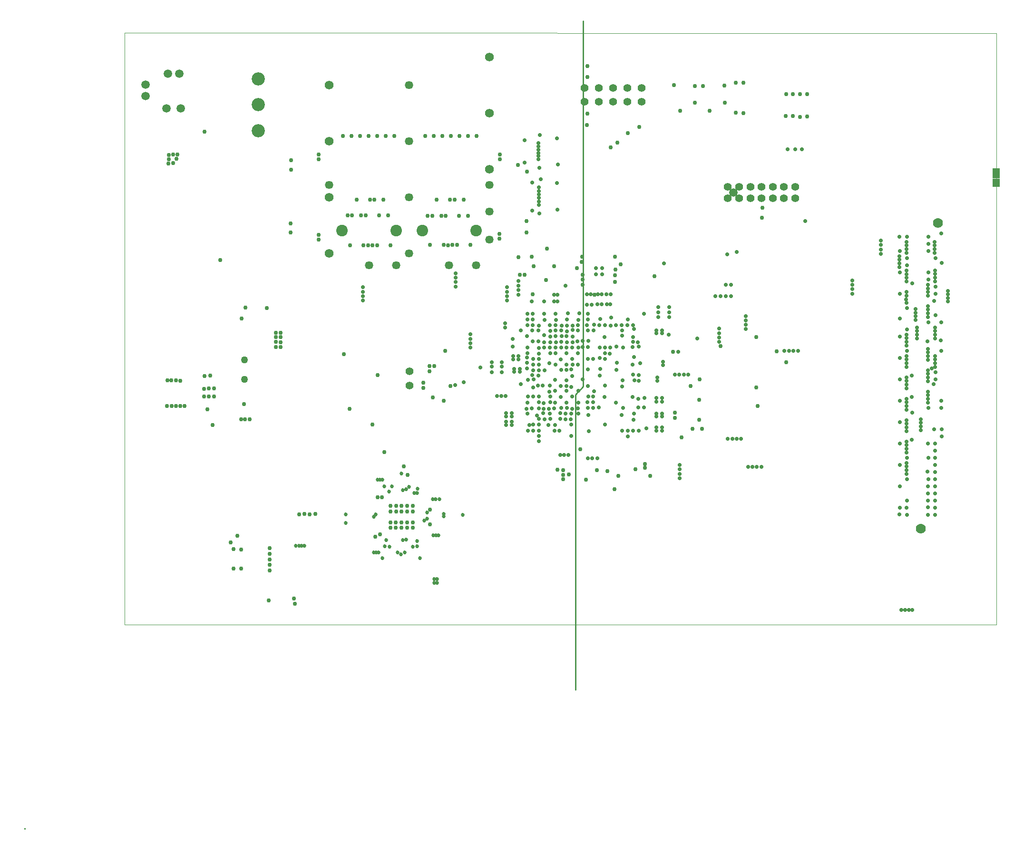
<source format=gbr>
%FSTAX23Y23*%
%MOIN*%
%SFA1B1*%

%IPPOS*%
%ADD63C,0.010000*%
%ADD95C,0.002000*%
%ADD96C,0.059370*%
%ADD97C,0.055433*%
%ADD98C,0.059370*%
%ADD99C,0.070000*%
%ADD100C,0.092834*%
%ADD101C,0.050000*%
%ADD102C,0.081023*%
%ADD103C,0.057401*%
%ADD104C,0.028000*%
%ADD105C,0.030000*%
%ADD106C,0.027000*%
%ADD110C,0.061338*%
%ADD111C,0.027874*%
%LNatfc_copper_plane_2-1*%
%LPD*%
G36*
X0001Y0D02*
X0D01*
Y0001*
X0001*
Y0*
G37*
G36*
X06837Y04509D02*
X06787D01*
Y04564*
X06837*
Y04509*
G37*
G36*
Y04569D02*
X06787D01*
Y04638*
X06837*
Y04569*
G37*
G54D63*
X03861Y03052D02*
X03917Y03108D01*
Y03214*
X03861Y0098D02*
Y03052D01*
X03917Y03214D02*
Y05671D01*
G54D95*
X00701Y01439D02*
X06812D01*
Y05586*
X00701Y05587D02*
X06812Y05586D01*
X00701Y01439D02*
Y05587D01*
G54D96*
X0497Y04468D03*
X00849Y05224D03*
Y05146D03*
X01085Y05303D03*
X01006D03*
G54D97*
X0493Y04428D03*
X05009D03*
X05088D03*
X05167D03*
X05245D03*
X05324D03*
X05403D03*
X0493Y04507D03*
X05009D03*
X05088D03*
X05167D03*
X05245D03*
X05324D03*
X05403D03*
X03925Y05104D03*
Y05203D03*
X04025Y05104D03*
Y05203D03*
X04125Y05104D03*
Y05203D03*
X04225Y05104D03*
Y05203D03*
X04325Y05104D03*
Y05203D03*
X02698Y03115D03*
Y03215D03*
G54D98*
X00996Y05059D03*
X01095D03*
G54D99*
X06401Y04254D03*
X06281Y02113D03*
G54D100*
X0164Y05084D03*
Y05265D03*
Y04902D03*
G54D101*
X01542Y03296D03*
Y03159D03*
G54D102*
X02227Y04202D03*
X02605D03*
X02788Y04202D03*
X03166D03*
G54D103*
X03166Y03958D03*
X02977D03*
X02416D03*
X02605D03*
X03258Y04521D03*
X02135D03*
X03258Y04336D03*
Y04139D03*
X02696Y0404D03*
Y04434D03*
Y04828D03*
Y05221D03*
G54D104*
X03834Y02917D03*
X03791D03*
X06181Y03271D03*
Y03297D03*
X04188Y03464D03*
X04275Y03153D03*
X03685Y03499D03*
X06131Y03997D03*
X04593Y02527D03*
X03637Y02921D03*
X06131Y03971D03*
X03607Y02881D03*
X04593Y02496D03*
X03645Y02877D03*
X06181Y02971D03*
Y02997D03*
X03685Y02881D03*
X0372Y02838D03*
X03673Y02838D03*
X03755Y02881D03*
X03791Y02877D03*
X04264Y03036D03*
X04273Y02917D03*
X06245Y03626D03*
X03646Y03221D03*
X06245Y036D03*
X03607Y03221D03*
X03799Y03153D03*
X03566Y03102D03*
X06331Y03198D03*
Y03171D03*
X03633Y03115D03*
X03681Y03114D03*
X04148Y03225D03*
X03834Y02842D03*
X0383Y02877D03*
X03755Y02921D03*
X03759Y03035D03*
X06181Y0387D03*
X05103Y02544D03*
X06181Y03896D03*
X05134Y02544D03*
X03607Y02999D03*
Y03038D03*
X0354Y02838D03*
X03566Y02799D03*
X03716D03*
X03606D03*
X03528Y02799D03*
X03594Y02905D03*
X03712Y02956D03*
X03677Y02952D03*
X06181Y03421D03*
Y03447D03*
X03523Y03275D03*
X03523Y03236D03*
X06382Y03471D03*
Y03498D03*
X06426Y03559D03*
X06381Y03521D03*
X03767Y03535D03*
X03641Y03417D03*
X06181Y03121D03*
Y03147D03*
X03838Y03181D03*
X03834Y03228D03*
X0539Y03359D03*
X06003Y041D03*
X06181Y04097D03*
X03607Y0326D03*
X06181Y04071D03*
X06003Y04069D03*
X05359Y03359D03*
X03607Y033D03*
X06181Y02697D03*
Y02671D03*
X03567Y03038D03*
X03528D03*
X03598Y03114D03*
X03607Y03339D03*
Y03378D03*
X06172Y01543D03*
X06198D03*
X03526Y0338D03*
Y0334D03*
X03421Y0344D03*
Y03389D03*
X06181Y02796D03*
X05055Y03602D03*
X0372Y03154D03*
X03799Y0311D03*
X03759D03*
X03761Y03224D03*
X03678Y03073D03*
X0353Y03156D03*
X03559Y03188D03*
X03759Y03299D03*
X03879Y03342D03*
X0348Y03503D03*
X04066Y03456D03*
X03992Y03543D03*
X03944Y03539D03*
X04035Y0358D03*
X04444Y03665D03*
X04267Y03192D03*
X04304Y0302D03*
X03952Y02909D03*
X04952Y03741D03*
X03986Y02959D03*
X04915Y03741D03*
X03986Y02999D03*
X04879Y03741D03*
X04437Y03149D03*
X04343Y02961D03*
X04717Y03444D03*
X04868Y03515D03*
Y03483D03*
Y0342D03*
X04582Y0335D03*
X04066Y03035D03*
X03838Y02952D03*
X03834Y03106D03*
X0372Y03078D03*
X03799D03*
X03881D03*
X03992Y03075D03*
X0427Y02875D03*
X03606Y02955D03*
X0395Y03111D03*
X03559Y04342D03*
Y04539D03*
X03461Y03815D03*
X03022Y03871D03*
X03461Y03784D03*
X03022Y0384D03*
X03383Y03772D03*
X02373Y03772D03*
X03383Y03741D03*
X02373Y03741D03*
X03722Y03618D03*
X03834Y02763D03*
X06256Y03446D03*
X06181Y03395D03*
X04082Y03685D03*
X04047D03*
X04106D03*
X03603Y04814D03*
Y04791D03*
Y04769D03*
Y04746D03*
Y04724D03*
Y04702D03*
X03607Y04504D03*
Y04479D03*
Y04455D03*
Y0443D03*
Y04406D03*
Y04382D03*
X06181Y03321D03*
X0618Y03719D03*
X06181Y03771D03*
Y03746D03*
X06136Y03759D03*
X06181Y03695D03*
X03948Y02606D03*
X05055Y03573D03*
Y03541D03*
X06181Y02547D03*
X06383Y02559D03*
X06181Y02521D03*
X06383Y02509D03*
X06181Y02496D03*
X0348Y03125D03*
X03889Y03622D03*
X03842Y03535D03*
X03803Y03578D03*
X03949Y03384D03*
X03948Y035D03*
X04299Y03417D03*
X03127Y03412D03*
X03019Y03118D03*
X03078Y03137D03*
X038Y02996D03*
X03881D03*
X04515Y03472D03*
X03196Y0324D03*
X06331Y03771D03*
X05801Y03791D03*
X04992Y02741D03*
X04961D03*
X06331Y03796D03*
X05801Y03822D03*
X03607Y02841D03*
X04015Y02606D03*
X0398D03*
X03794Y03816D03*
X04519Y03594D03*
Y03629D03*
X04444Y03594D03*
Y03629D03*
X03811Y02629D03*
X03783D03*
X03755D03*
X06425Y04181D03*
X06429Y03976D03*
X06421Y03433D03*
X0633Y03425D03*
X06358Y03236D03*
X06374Y03125D03*
X06375Y02809D03*
X0622Y02736D03*
X06136Y02859D03*
X06224Y02925D03*
X06136Y03009D03*
X0622Y03035D03*
Y03185D03*
X06137Y03586D03*
X06224Y0383D03*
X06336Y02959D03*
X06426D03*
Y03009D03*
X06386Y03159D03*
Y03209D03*
X06426Y03359D03*
X06336Y03559D03*
X06386Y03609D03*
X06375Y03709D03*
X06386Y03759D03*
Y03809D03*
X06336Y03859D03*
X06386Y04009D03*
X06186Y04159D03*
X06136Y04059D03*
X06186Y04009D03*
Y03959D03*
X06136Y03909D03*
X06186Y03659D03*
Y03509D03*
X06136Y03459D03*
X06186Y03359D03*
X06136Y03309D03*
Y03159D03*
Y02709D03*
Y02559D03*
X06186Y02609D03*
Y02209D03*
X06136Y02259D03*
X06186Y02309D03*
X06136Y02409D03*
X06186Y02459D03*
X04346Y03027D03*
X04015Y03685D03*
X04114Y0359D03*
X0411Y03755D03*
X04078D03*
X04047D03*
X04019D03*
X03968D03*
X03944D03*
Y03681D03*
X03724Y03539D03*
X0638Y04071D03*
X03724Y035D03*
X0638Y04097D03*
X04031Y03185D03*
X04192Y03153D03*
X03685Y03342D03*
X04188Y03503D03*
X03682Y03539D03*
X03377Y02838D03*
Y02862D03*
X03417Y02838D03*
Y02862D03*
Y02897D03*
Y02921D03*
X03377Y02897D03*
Y02921D03*
X03527Y02917D03*
X06281Y02828D03*
X03555Y02956D03*
X06281Y02854D03*
X03639Y02952D03*
Y02991D03*
X06331Y03321D03*
Y03348D03*
X03568Y03157D03*
X06256Y03471D03*
X03567Y0326D03*
X06256Y03498D03*
X03567Y03221D03*
X06331Y03621D03*
Y03648D03*
X03606Y02724D03*
X04484Y03972D03*
X05448Y04771D03*
X05401D03*
X0535D03*
X03346Y03248D03*
X03275D03*
X03374Y03043D03*
X03342D03*
X03314D03*
X0356Y03503D03*
X04033Y03309D03*
X04106Y03383D03*
X04307Y03147D03*
X04315Y03271D03*
X06181Y02847D03*
Y02821D03*
Y02871D03*
X0395Y02958D03*
X0419Y03108D03*
X03618Y04563D03*
X03732Y04535D03*
X03737Y04348D03*
X0361Y0432D03*
X03507Y04835D03*
Y04678D03*
X0361Y04642D03*
X0374Y04666D03*
X03734Y04847D03*
X03612Y04872D03*
X03766Y0346D03*
X03761Y03421D03*
X03841Y03504D03*
X06333Y02707D03*
X06181Y02646D03*
X06133Y0221D03*
X06183Y02259D03*
X06245Y0365D03*
X05472Y04267D03*
X06131Y04158D03*
X0643Y02808D03*
X06383Y02659D03*
X06329Y0251D03*
X06334Y02409D03*
Y02359D03*
X06383Y02259D03*
X06334Y02308D03*
X06333Y0226D03*
X06334Y02209D03*
X03127Y03381D03*
X03883Y0338D03*
X03914Y03428D03*
X04068Y03381D03*
Y03303D03*
Y03342D03*
X02373Y0371D03*
X04994Y04052D03*
X04925Y04035D03*
X04915Y03822D03*
X04952Y03821D03*
X05055Y0351D03*
X04843Y03741D03*
X06331Y03296D03*
Y03221D03*
X03603Y03184D03*
X05024Y02741D03*
X05421Y03359D03*
X05801Y03853D03*
X06003Y04037D03*
Y04131D03*
X06181Y04046D03*
X06131Y04022D03*
Y03946D03*
X06181Y04121D03*
X03877Y03424D03*
X03722Y03381D03*
X06336Y04059D03*
X0638Y04046D03*
X03725Y03575D03*
X06429Y02759D03*
X06383Y02309D03*
Y02209D03*
X06181Y02571D03*
X04593Y02465D03*
Y02559D03*
X06181Y03171D03*
X0375Y02799D03*
X03646Y03575D03*
X03722Y03342D03*
X038D03*
X03725Y03418D03*
X038Y03381D03*
X0384D03*
X03803Y03418D03*
X038Y0346D03*
X03022Y03807D03*
X03949Y03227D03*
X038Y03263D03*
X03986Y033D03*
X04104Y03339D03*
X04196Y03381D03*
X03603Y035D03*
X03607Y03536D03*
X03986Y03038D03*
X03947Y02999D03*
X06181Y03471D03*
X03127Y03475D03*
X03606Y02763D03*
X02373Y03804D03*
X03567Y03301D03*
X03843Y03262D03*
X03383Y0371D03*
X03461Y03847D03*
X03383Y03804D03*
X03022Y03902D03*
X06336Y04109D03*
X06382Y03921D03*
X06336Y03909D03*
X06331Y03821D03*
X06382Y03846D03*
X06471Y03779D03*
X06331Y03671D03*
Y03596D03*
X06382Y03446D03*
Y03246D03*
X06331Y03071D03*
X06281Y02878D03*
Y02803D03*
X06383Y02709D03*
X06336Y02609D03*
Y04159D03*
X0638Y04121D03*
X06331Y03371D03*
Y03746D03*
X06256Y03521D03*
X06331Y03146D03*
X06181Y02721D03*
Y03021D03*
Y02946D03*
Y03096D03*
Y03245D03*
X03563Y03426D03*
X06471Y03704D03*
X06382Y03321D03*
X06245Y03575D03*
X05071Y02544D03*
X05166D03*
X06181Y03845D03*
Y03921D03*
X05801Y03759D03*
X06222Y01543D03*
X06147D03*
X04029Y03539D03*
X04068D03*
X04265D03*
X04147D03*
X04186D03*
X04265Y03421D03*
X03801Y02957D03*
X03764Y02959D03*
X06331Y02996D03*
X06383Y02359D03*
Y02409D03*
Y02609D03*
Y02459D03*
X06336D03*
X06331Y03048D03*
Y03021D03*
X03567Y02841D03*
X03761Y035D03*
X03879Y03539D03*
Y035D03*
X03564Y03578D03*
Y03539D03*
X03525Y03618D03*
X03564D03*
X03682Y03381D03*
X03761D03*
X03522Y03311D03*
X03722Y03263D03*
X0384Y03303D03*
X03879Y03263D03*
X03809Y0362D03*
X03643Y03381D03*
X03642Y03467D03*
X03603Y03424D03*
X03522Y03462D03*
X03723Y03462D03*
X03913Y03384D03*
X03954Y03429D03*
X03678Y0327D03*
X03912Y03157D03*
X038Y03224D03*
X03879Y02956D03*
X03881Y02917D03*
X03956Y02795D03*
X0407Y02842D03*
X04228Y02759D03*
X04358Y02814D03*
X03519Y02952D03*
X03681Y02917D03*
X03838Y03039D03*
X0372Y02996D03*
X03527D03*
X03948Y03303D03*
X04185Y02909D03*
X04304Y02962D03*
X04196Y02959D03*
X04145Y02996D03*
X0407Y03114D03*
X04035Y03232D03*
X04153Y03275D03*
X04031Y03381D03*
X04149Y03389D03*
X04267Y03456D03*
X04271Y03511D03*
X04228Y03578D03*
X04342Y03618D03*
X03952Y03039D03*
X04027Y0296D03*
X04271Y03314D03*
X04929Y02741D03*
X04188Y02799D03*
X04228D03*
X04267D03*
X04307D03*
X06382Y03298D03*
Y03271D03*
X04559Y03192D03*
X04653D03*
X04622D03*
X0459D03*
X03685Y02999D03*
X04868Y03452D03*
X03685Y03038D03*
X04307Y03188D03*
X04429Y02799D03*
X04468D03*
X04263Y03263D03*
Y03385D03*
X04307Y03389D03*
X05327Y03359D03*
X04429Y02897D03*
X04468D03*
Y02917D03*
X04429D03*
Y03027D03*
Y03003D03*
X04468Y03027D03*
Y03003D03*
X04476Y03283D03*
Y03259D03*
X04437Y03173D03*
X04429Y03503D03*
Y0348D03*
X04468Y03503D03*
Y0348D03*
X03526Y03577D03*
X06471Y03729D03*
X03526Y03537D03*
X06471Y03755D03*
X03425Y03322D03*
Y03299D03*
X03464Y03322D03*
Y03299D03*
X03433Y03232D03*
X03276Y03209D03*
X03346D03*
X03275Y03279D03*
X03472Y03232D03*
Y03212D03*
X03433D03*
X03346Y03279D03*
X04429Y02822D03*
X04468D03*
X03948Y03618D03*
X03643Y03618D03*
X03461Y03753D03*
X03642Y03706D03*
X03712Y03704D03*
X03557Y03705D03*
X03736Y03704D03*
X03712Y03751D03*
X03736D03*
X0337Y03551D03*
Y03523D03*
X03127Y03443D03*
X03685Y03457D03*
Y03418D03*
X04519Y03665D03*
X03976Y03681D03*
X03882Y03575D03*
X03948Y03578D03*
X03803Y03536D03*
Y03496D03*
X06382Y03871D03*
Y03898D03*
X0411Y03535D03*
X04226Y03539D03*
X03988Y035D03*
X03843Y03457D03*
Y03418D03*
G54D105*
X02986Y03111D03*
X02328Y04419D03*
X02423D03*
X02454D03*
X02517D03*
X02486Y04308D03*
X02391D03*
X0289Y04417D03*
X02984D03*
X03015D03*
X03078D03*
X03047Y04306D03*
X02953D03*
X03937Y02456D03*
X04308Y04927D03*
X04229Y04885D03*
X04156Y04818D03*
X04108Y04786D03*
X02685Y02488D03*
X01523Y03586D03*
X02862Y03031D03*
X0294Y03007D03*
X05338Y03279D03*
X05271Y03354D03*
X04417Y03881D03*
X03555Y04019D03*
X04283Y02527D03*
X01578Y02877D03*
X01547D03*
X01519D03*
X01374Y03996D03*
X0187Y04629D03*
Y04696D03*
X01866Y04251D03*
Y04188D03*
X0346Y04661D03*
X03523Y04614D03*
X03519Y04267D03*
Y04188D03*
X05169Y04291D03*
X05173Y04362D03*
X0224Y03334D03*
X01492Y02062D03*
X02948Y03357D03*
X04804Y05042D03*
X04597Y05043D03*
X05039Y05238D03*
X04986Y05239D03*
X03463Y04015D03*
X03662Y04075D03*
X04545Y03352D03*
X02279Y02953D03*
X01293Y03037D03*
X01294Y03094D03*
X01301Y03184D03*
X01329Y03038D03*
Y03094D03*
X01264Y03183D03*
X01318Y02837D03*
X02438Y02843D03*
X0266Y02549D03*
X02476Y03187D03*
X01445Y02014D03*
X01519Y01832D03*
X01467Y01833D03*
X02873Y03251D03*
X02839Y03214D03*
Y03251D03*
X02797Y03134D03*
Y03099D03*
X02063Y04138D03*
X01896Y01584D03*
X01549Y03661D03*
X01262Y04896D03*
X01284Y02948D03*
X0333Y04144D03*
Y04179D03*
X03332Y04702D03*
Y04735D03*
X02064Y04701D03*
Y04736D03*
X02063Y0417D03*
X0281Y04866D03*
X0287D03*
X0293D03*
X0299D03*
X0305D03*
X0311D03*
X0317D03*
X02594Y04865D03*
X02534D03*
X02474D03*
X02414D03*
X02354D03*
X02294D03*
X02234D03*
X0244Y04098D03*
X02283D03*
X02377D03*
X02843Y041D03*
X02938D03*
X0236Y04308D03*
X02921Y04306D03*
X02858D03*
X0311D03*
X02827D03*
X02297Y04308D03*
X02265D03*
X03126Y041D03*
X03031D03*
X03D03*
X02968Y04099D03*
X02566Y04098D03*
X02471D03*
X02408D03*
X05485Y05159D03*
X05436D03*
X05387D03*
X05338D03*
X01467Y01968D03*
X01519Y01966D03*
X0491Y05098D03*
X04757Y05216D03*
X04907Y05217D03*
X047Y05099D03*
Y05216D03*
X04553Y0522D03*
X04878Y0339D03*
X03897Y02667D03*
X0435Y02566D03*
X04014Y02521D03*
X03775Y0252D03*
X03737Y02525D03*
X0467Y0311D03*
X0513Y03103D03*
Y03455D03*
X03775Y02457D03*
Y02489D03*
X03506Y03892D03*
X02721Y02117D03*
X02643D03*
X02566D03*
X02604D03*
X02682D03*
X02721Y02155D03*
X02643D03*
X02566D03*
X02604D03*
X02682D03*
X02722Y02233D03*
X02567D03*
X02605D03*
X02683D03*
X02722Y02271D03*
X02567D03*
X02605D03*
X02683D03*
X02644D03*
X02643Y02233D03*
X01259Y03093D03*
X0126Y03037D03*
X01539Y02985D03*
X01011Y04733D03*
X01042Y04734D03*
X01072D03*
X01011Y04703D03*
X01066Y04704D03*
X0101Y04673D03*
X01043Y04674D03*
X017Y03659D03*
X00999Y02973D03*
X01031D03*
X01062D03*
X01092D03*
X01122D03*
X01001Y03151D03*
X0103D03*
X01062Y0315D03*
X01094Y03149D03*
X01925Y02213D03*
X01963Y02214D03*
X02Y02213D03*
X02039Y02214D03*
X01718Y01819D03*
Y01857D03*
Y01894D03*
Y01934D03*
Y01975D03*
X01712Y01609D03*
X01889Y01621D03*
X02476Y02332D03*
X02506D03*
X02459Y02056D03*
X02491Y0207D03*
X02843Y02143D03*
X02844Y02244D03*
X04141Y03927D03*
X0414Y04019D03*
X03908Y04018D03*
X03905Y03983D03*
X03912Y03893D03*
Y0382D03*
X03872Y03939D03*
X04179Y03966D03*
X03471Y03893D03*
X03657Y03854D03*
X0357Y03952D03*
X03712D03*
X03815Y02491D03*
X04085Y02515D03*
X04386Y02483D03*
X04161Y02481D03*
X04137Y02388D03*
X03945Y05023D03*
X03945Y05277D03*
X03944Y04943D03*
X03945Y05356D03*
X02523Y02649D03*
X03995Y03752D03*
X04733Y03157D03*
X04986Y05027D03*
X05038Y05026D03*
X01795Y03384D03*
Y03419D03*
X01796Y03485D03*
X01795Y03454D03*
X01762Y03385D03*
Y0342D03*
X01763Y03485D03*
Y03454D03*
X02549Y04308D03*
X04139Y03887D03*
X04138Y03843D03*
X03912Y03858D03*
X05487Y05002D03*
X05436Y04999D03*
X05387Y05004D03*
X05337D03*
X0514Y02973D03*
X0473Y02876D03*
X04728Y03015D03*
X04748Y02811D03*
X04681D03*
X0435Y02538D03*
X04559Y02889D03*
Y02925D03*
X03562Y03755D03*
X04606Y02751D03*
G54D106*
X02822Y02181D03*
X02802Y02167D03*
X02822Y02224D03*
X02677Y02035D03*
X02464Y02213D03*
X01901Y01992D03*
X02696Y02405D03*
X02523Y02409D03*
X02755Y02393D03*
X02754Y0236D03*
X02734D03*
X03073Y02208D03*
X02939Y02215D03*
Y02197D03*
X02903Y02064D03*
X02885D03*
X02867D03*
X02643Y02499D03*
X02254Y0215D03*
X02254Y02212D03*
X02449Y02194D03*
X0264Y01931D03*
X02665Y01944D03*
X02616D03*
X02509Y01906D03*
Y02456D03*
X02493Y02455D03*
X02476Y02456D03*
X02556Y0237D03*
X02652Y0238D03*
X02559Y01986D03*
X02483Y01946D03*
X02466D03*
X02449D03*
X02526Y01987D03*
X02723Y01985D03*
X02754Y01987D03*
X02577Y02407D03*
X02754Y02025D03*
X02537Y02032D03*
X02861Y02318D03*
X02884Y02319D03*
X02909Y02317D03*
X02771Y01905D03*
X02654Y0203D03*
X01925Y01992D03*
X01944D03*
X01964D03*
X02677Y02389D03*
X02874Y01759D03*
X02893D03*
X02874Y01732D03*
X02893D03*
G54D110*
X03258Y05418D03*
Y05025D03*
Y04631D03*
X02135Y05221D03*
Y04828D03*
Y04434D03*
Y0404D03*
G54D111*
X0405Y03938D03*
Y03895D03*
X04007D03*
Y03938D03*
M02*
</source>
